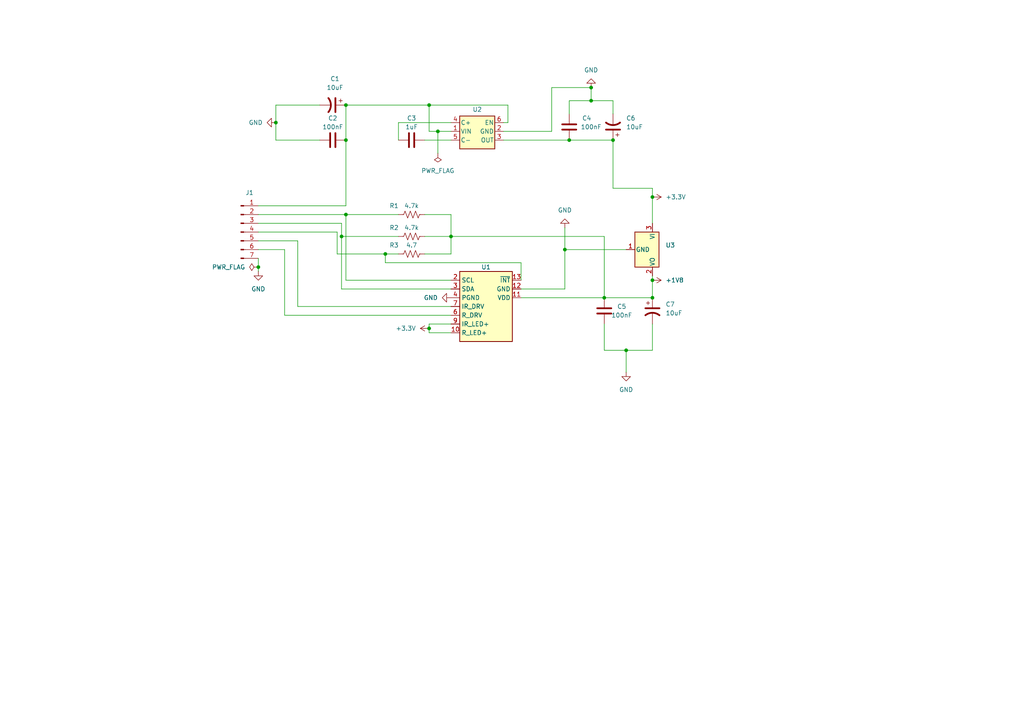
<source format=kicad_sch>
(kicad_sch
	(version 20231120)
	(generator "eeschema")
	(generator_version "8.0")
	(uuid "e4e56c97-01bd-4ae7-a008-900f00dab006")
	(paper "A4")
	(title_block
		(title "Heart Rate Sensor Monitor")
		(date "2024-07-23")
		(company "Prince Lee Muhera")
	)
	(lib_symbols
		(symbol "Connector:Conn_01x07_Pin"
			(pin_names
				(offset 1.016) hide)
			(exclude_from_sim no)
			(in_bom yes)
			(on_board yes)
			(property "Reference" "J"
				(at 0 10.16 0)
				(effects
					(font
						(size 1.27 1.27)
					)
				)
			)
			(property "Value" "Conn_01x07_Pin"
				(at 0 -10.16 0)
				(effects
					(font
						(size 1.27 1.27)
					)
				)
			)
			(property "Footprint" ""
				(at 0 0 0)
				(effects
					(font
						(size 1.27 1.27)
					)
					(hide yes)
				)
			)
			(property "Datasheet" "~"
				(at 0 0 0)
				(effects
					(font
						(size 1.27 1.27)
					)
					(hide yes)
				)
			)
			(property "Description" "Generic connector, single row, 01x07, script generated"
				(at 0 0 0)
				(effects
					(font
						(size 1.27 1.27)
					)
					(hide yes)
				)
			)
			(property "ki_locked" ""
				(at 0 0 0)
				(effects
					(font
						(size 1.27 1.27)
					)
				)
			)
			(property "ki_keywords" "connector"
				(at 0 0 0)
				(effects
					(font
						(size 1.27 1.27)
					)
					(hide yes)
				)
			)
			(property "ki_fp_filters" "Connector*:*_1x??_*"
				(at 0 0 0)
				(effects
					(font
						(size 1.27 1.27)
					)
					(hide yes)
				)
			)
			(symbol "Conn_01x07_Pin_1_1"
				(polyline
					(pts
						(xy 1.27 -7.62) (xy 0.8636 -7.62)
					)
					(stroke
						(width 0.1524)
						(type default)
					)
					(fill
						(type none)
					)
				)
				(polyline
					(pts
						(xy 1.27 -5.08) (xy 0.8636 -5.08)
					)
					(stroke
						(width 0.1524)
						(type default)
					)
					(fill
						(type none)
					)
				)
				(polyline
					(pts
						(xy 1.27 -2.54) (xy 0.8636 -2.54)
					)
					(stroke
						(width 0.1524)
						(type default)
					)
					(fill
						(type none)
					)
				)
				(polyline
					(pts
						(xy 1.27 0) (xy 0.8636 0)
					)
					(stroke
						(width 0.1524)
						(type default)
					)
					(fill
						(type none)
					)
				)
				(polyline
					(pts
						(xy 1.27 2.54) (xy 0.8636 2.54)
					)
					(stroke
						(width 0.1524)
						(type default)
					)
					(fill
						(type none)
					)
				)
				(polyline
					(pts
						(xy 1.27 5.08) (xy 0.8636 5.08)
					)
					(stroke
						(width 0.1524)
						(type default)
					)
					(fill
						(type none)
					)
				)
				(polyline
					(pts
						(xy 1.27 7.62) (xy 0.8636 7.62)
					)
					(stroke
						(width 0.1524)
						(type default)
					)
					(fill
						(type none)
					)
				)
				(rectangle
					(start 0.8636 -7.493)
					(end 0 -7.747)
					(stroke
						(width 0.1524)
						(type default)
					)
					(fill
						(type outline)
					)
				)
				(rectangle
					(start 0.8636 -4.953)
					(end 0 -5.207)
					(stroke
						(width 0.1524)
						(type default)
					)
					(fill
						(type outline)
					)
				)
				(rectangle
					(start 0.8636 -2.413)
					(end 0 -2.667)
					(stroke
						(width 0.1524)
						(type default)
					)
					(fill
						(type outline)
					)
				)
				(rectangle
					(start 0.8636 0.127)
					(end 0 -0.127)
					(stroke
						(width 0.1524)
						(type default)
					)
					(fill
						(type outline)
					)
				)
				(rectangle
					(start 0.8636 2.667)
					(end 0 2.413)
					(stroke
						(width 0.1524)
						(type default)
					)
					(fill
						(type outline)
					)
				)
				(rectangle
					(start 0.8636 5.207)
					(end 0 4.953)
					(stroke
						(width 0.1524)
						(type default)
					)
					(fill
						(type outline)
					)
				)
				(rectangle
					(start 0.8636 7.747)
					(end 0 7.493)
					(stroke
						(width 0.1524)
						(type default)
					)
					(fill
						(type outline)
					)
				)
				(pin passive line
					(at 5.08 7.62 180)
					(length 3.81)
					(name "Pin_1"
						(effects
							(font
								(size 1.27 1.27)
							)
						)
					)
					(number "1"
						(effects
							(font
								(size 1.27 1.27)
							)
						)
					)
				)
				(pin passive line
					(at 5.08 5.08 180)
					(length 3.81)
					(name "Pin_2"
						(effects
							(font
								(size 1.27 1.27)
							)
						)
					)
					(number "2"
						(effects
							(font
								(size 1.27 1.27)
							)
						)
					)
				)
				(pin passive line
					(at 5.08 2.54 180)
					(length 3.81)
					(name "Pin_3"
						(effects
							(font
								(size 1.27 1.27)
							)
						)
					)
					(number "3"
						(effects
							(font
								(size 1.27 1.27)
							)
						)
					)
				)
				(pin passive line
					(at 5.08 0 180)
					(length 3.81)
					(name "Pin_4"
						(effects
							(font
								(size 1.27 1.27)
							)
						)
					)
					(number "4"
						(effects
							(font
								(size 1.27 1.27)
							)
						)
					)
				)
				(pin passive line
					(at 5.08 -2.54 180)
					(length 3.81)
					(name "Pin_5"
						(effects
							(font
								(size 1.27 1.27)
							)
						)
					)
					(number "5"
						(effects
							(font
								(size 1.27 1.27)
							)
						)
					)
				)
				(pin passive line
					(at 5.08 -5.08 180)
					(length 3.81)
					(name "Pin_6"
						(effects
							(font
								(size 1.27 1.27)
							)
						)
					)
					(number "6"
						(effects
							(font
								(size 1.27 1.27)
							)
						)
					)
				)
				(pin passive line
					(at 5.08 -7.62 180)
					(length 3.81)
					(name "Pin_7"
						(effects
							(font
								(size 1.27 1.27)
							)
						)
					)
					(number "7"
						(effects
							(font
								(size 1.27 1.27)
							)
						)
					)
				)
			)
		)
		(symbol "Device:C"
			(pin_numbers hide)
			(pin_names
				(offset 0.254)
			)
			(exclude_from_sim no)
			(in_bom yes)
			(on_board yes)
			(property "Reference" "C"
				(at 0.635 2.54 0)
				(effects
					(font
						(size 1.27 1.27)
					)
					(justify left)
				)
			)
			(property "Value" "C"
				(at 0.635 -2.54 0)
				(effects
					(font
						(size 1.27 1.27)
					)
					(justify left)
				)
			)
			(property "Footprint" ""
				(at 0.9652 -3.81 0)
				(effects
					(font
						(size 1.27 1.27)
					)
					(hide yes)
				)
			)
			(property "Datasheet" "~"
				(at 0 0 0)
				(effects
					(font
						(size 1.27 1.27)
					)
					(hide yes)
				)
			)
			(property "Description" "Unpolarized capacitor"
				(at 0 0 0)
				(effects
					(font
						(size 1.27 1.27)
					)
					(hide yes)
				)
			)
			(property "ki_keywords" "cap capacitor"
				(at 0 0 0)
				(effects
					(font
						(size 1.27 1.27)
					)
					(hide yes)
				)
			)
			(property "ki_fp_filters" "C_*"
				(at 0 0 0)
				(effects
					(font
						(size 1.27 1.27)
					)
					(hide yes)
				)
			)
			(symbol "C_0_1"
				(polyline
					(pts
						(xy -2.032 -0.762) (xy 2.032 -0.762)
					)
					(stroke
						(width 0.508)
						(type default)
					)
					(fill
						(type none)
					)
				)
				(polyline
					(pts
						(xy -2.032 0.762) (xy 2.032 0.762)
					)
					(stroke
						(width 0.508)
						(type default)
					)
					(fill
						(type none)
					)
				)
			)
			(symbol "C_1_1"
				(pin passive line
					(at 0 3.81 270)
					(length 2.794)
					(name "~"
						(effects
							(font
								(size 1.27 1.27)
							)
						)
					)
					(number "1"
						(effects
							(font
								(size 1.27 1.27)
							)
						)
					)
				)
				(pin passive line
					(at 0 -3.81 90)
					(length 2.794)
					(name "~"
						(effects
							(font
								(size 1.27 1.27)
							)
						)
					)
					(number "2"
						(effects
							(font
								(size 1.27 1.27)
							)
						)
					)
				)
			)
		)
		(symbol "Device:C_Polarized_US"
			(pin_numbers hide)
			(pin_names
				(offset 0.254) hide)
			(exclude_from_sim no)
			(in_bom yes)
			(on_board yes)
			(property "Reference" "C"
				(at 0.635 2.54 0)
				(effects
					(font
						(size 1.27 1.27)
					)
					(justify left)
				)
			)
			(property "Value" "C_Polarized_US"
				(at 0.635 -2.54 0)
				(effects
					(font
						(size 1.27 1.27)
					)
					(justify left)
				)
			)
			(property "Footprint" ""
				(at 0 0 0)
				(effects
					(font
						(size 1.27 1.27)
					)
					(hide yes)
				)
			)
			(property "Datasheet" "~"
				(at 0 0 0)
				(effects
					(font
						(size 1.27 1.27)
					)
					(hide yes)
				)
			)
			(property "Description" "Polarized capacitor, US symbol"
				(at 0 0 0)
				(effects
					(font
						(size 1.27 1.27)
					)
					(hide yes)
				)
			)
			(property "ki_keywords" "cap capacitor"
				(at 0 0 0)
				(effects
					(font
						(size 1.27 1.27)
					)
					(hide yes)
				)
			)
			(property "ki_fp_filters" "CP_*"
				(at 0 0 0)
				(effects
					(font
						(size 1.27 1.27)
					)
					(hide yes)
				)
			)
			(symbol "C_Polarized_US_0_1"
				(polyline
					(pts
						(xy -2.032 0.762) (xy 2.032 0.762)
					)
					(stroke
						(width 0.508)
						(type default)
					)
					(fill
						(type none)
					)
				)
				(polyline
					(pts
						(xy -1.778 2.286) (xy -0.762 2.286)
					)
					(stroke
						(width 0)
						(type default)
					)
					(fill
						(type none)
					)
				)
				(polyline
					(pts
						(xy -1.27 1.778) (xy -1.27 2.794)
					)
					(stroke
						(width 0)
						(type default)
					)
					(fill
						(type none)
					)
				)
				(arc
					(start 2.032 -1.27)
					(mid 0 -0.5572)
					(end -2.032 -1.27)
					(stroke
						(width 0.508)
						(type default)
					)
					(fill
						(type none)
					)
				)
			)
			(symbol "C_Polarized_US_1_1"
				(pin passive line
					(at 0 3.81 270)
					(length 2.794)
					(name "~"
						(effects
							(font
								(size 1.27 1.27)
							)
						)
					)
					(number "1"
						(effects
							(font
								(size 1.27 1.27)
							)
						)
					)
				)
				(pin passive line
					(at 0 -3.81 90)
					(length 3.302)
					(name "~"
						(effects
							(font
								(size 1.27 1.27)
							)
						)
					)
					(number "2"
						(effects
							(font
								(size 1.27 1.27)
							)
						)
					)
				)
			)
		)
		(symbol "Device:R_US"
			(pin_numbers hide)
			(pin_names
				(offset 0)
			)
			(exclude_from_sim no)
			(in_bom yes)
			(on_board yes)
			(property "Reference" "R"
				(at 2.54 0 90)
				(effects
					(font
						(size 1.27 1.27)
					)
				)
			)
			(property "Value" "R_US"
				(at -2.54 0 90)
				(effects
					(font
						(size 1.27 1.27)
					)
				)
			)
			(property "Footprint" ""
				(at 1.016 -0.254 90)
				(effects
					(font
						(size 1.27 1.27)
					)
					(hide yes)
				)
			)
			(property "Datasheet" "~"
				(at 0 0 0)
				(effects
					(font
						(size 1.27 1.27)
					)
					(hide yes)
				)
			)
			(property "Description" "Resistor, US symbol"
				(at 0 0 0)
				(effects
					(font
						(size 1.27 1.27)
					)
					(hide yes)
				)
			)
			(property "ki_keywords" "R res resistor"
				(at 0 0 0)
				(effects
					(font
						(size 1.27 1.27)
					)
					(hide yes)
				)
			)
			(property "ki_fp_filters" "R_*"
				(at 0 0 0)
				(effects
					(font
						(size 1.27 1.27)
					)
					(hide yes)
				)
			)
			(symbol "R_US_0_1"
				(polyline
					(pts
						(xy 0 -2.286) (xy 0 -2.54)
					)
					(stroke
						(width 0)
						(type default)
					)
					(fill
						(type none)
					)
				)
				(polyline
					(pts
						(xy 0 2.286) (xy 0 2.54)
					)
					(stroke
						(width 0)
						(type default)
					)
					(fill
						(type none)
					)
				)
				(polyline
					(pts
						(xy 0 -0.762) (xy 1.016 -1.143) (xy 0 -1.524) (xy -1.016 -1.905) (xy 0 -2.286)
					)
					(stroke
						(width 0)
						(type default)
					)
					(fill
						(type none)
					)
				)
				(polyline
					(pts
						(xy 0 0.762) (xy 1.016 0.381) (xy 0 0) (xy -1.016 -0.381) (xy 0 -0.762)
					)
					(stroke
						(width 0)
						(type default)
					)
					(fill
						(type none)
					)
				)
				(polyline
					(pts
						(xy 0 2.286) (xy 1.016 1.905) (xy 0 1.524) (xy -1.016 1.143) (xy 0 0.762)
					)
					(stroke
						(width 0)
						(type default)
					)
					(fill
						(type none)
					)
				)
			)
			(symbol "R_US_1_1"
				(pin passive line
					(at 0 3.81 270)
					(length 1.27)
					(name "~"
						(effects
							(font
								(size 1.27 1.27)
							)
						)
					)
					(number "1"
						(effects
							(font
								(size 1.27 1.27)
							)
						)
					)
				)
				(pin passive line
					(at 0 -3.81 90)
					(length 1.27)
					(name "~"
						(effects
							(font
								(size 1.27 1.27)
							)
						)
					)
					(number "2"
						(effects
							(font
								(size 1.27 1.27)
							)
						)
					)
				)
			)
		)
		(symbol "Regulator_Linear:TLV70028_WSON6"
			(pin_names
				(offset 0.254)
			)
			(exclude_from_sim no)
			(in_bom yes)
			(on_board yes)
			(property "Reference" "U?"
				(at 0 8.89 0)
				(effects
					(font
						(size 1.27 1.27)
					)
				)
			)
			(property "Value" "TLV70028_WSON6"
				(at 0 6.35 0)
				(effects
					(font
						(size 1.27 1.27)
					)
				)
			)
			(property "Footprint" "Package_SON:WSON-6_1.5x1.5mm_P0.5mm"
				(at -0.254 16.256 0)
				(effects
					(font
						(size 1.27 1.27)
						(italic yes)
					)
					(hide yes)
				)
			)
			(property "Datasheet" "http://www.ti.com/lit/ds/symlink/tlv700.pdf"
				(at 0.254 21.082 0)
				(effects
					(font
						(size 1.27 1.27)
					)
					(hide yes)
				)
			)
			(property "Description" "200mA Low Dropout Voltage Regulator, Fixed Output 2.8V, WSON6"
				(at 0.254 19.812 0)
				(effects
					(font
						(size 1.27 1.27)
					)
					(hide yes)
				)
			)
			(property "ki_keywords" "200mA LDO Regulator Fixed Positive"
				(at 0 0 0)
				(effects
					(font
						(size 1.27 1.27)
					)
					(hide yes)
				)
			)
			(property "ki_fp_filters" "WSON*"
				(at 0 0 0)
				(effects
					(font
						(size 1.27 1.27)
					)
					(hide yes)
				)
			)
			(symbol "TLV70028_WSON6_0_1"
				(rectangle
					(start -5.08 4.445)
					(end 5.08 -5.08)
					(stroke
						(width 0.254)
						(type default)
					)
					(fill
						(type background)
					)
				)
			)
			(symbol "TLV70028_WSON6_1_1"
				(pin power_in line
					(at -7.62 0 0)
					(length 2.54)
					(name "VIN"
						(effects
							(font
								(size 1.27 1.27)
							)
						)
					)
					(number "1"
						(effects
							(font
								(size 1.27 1.27)
							)
						)
					)
				)
				(pin power_in line
					(at 7.62 0 180)
					(length 2.54)
					(name "GND"
						(effects
							(font
								(size 1.27 1.27)
							)
						)
					)
					(number "2"
						(effects
							(font
								(size 1.27 1.27)
							)
						)
					)
				)
				(pin power_out line
					(at 7.62 -2.54 180)
					(length 2.54)
					(name "OUT"
						(effects
							(font
								(size 1.27 1.27)
							)
						)
					)
					(number "3"
						(effects
							(font
								(size 1.27 1.27)
							)
						)
					)
				)
				(pin passive line
					(at -7.62 2.54 0)
					(length 2.54)
					(name "C+"
						(effects
							(font
								(size 1.27 1.27)
							)
						)
					)
					(number "4"
						(effects
							(font
								(size 1.27 1.27)
							)
						)
					)
				)
				(pin passive line
					(at -7.62 -2.54 0)
					(length 2.54)
					(name "C-"
						(effects
							(font
								(size 1.27 1.27)
							)
						)
					)
					(number "5"
						(effects
							(font
								(size 1.27 1.27)
							)
						)
					)
				)
				(pin input line
					(at 7.62 2.54 180)
					(length 2.54)
					(name "EN"
						(effects
							(font
								(size 1.27 1.27)
							)
						)
					)
					(number "6"
						(effects
							(font
								(size 1.27 1.27)
							)
						)
					)
				)
			)
		)
		(symbol "Regulator_Linear:TPS7A0512PDBZ"
			(pin_names
				(offset 0.254)
			)
			(exclude_from_sim no)
			(in_bom yes)
			(on_board yes)
			(property "Reference" "U"
				(at -3.81 3.175 0)
				(effects
					(font
						(size 1.27 1.27)
					)
				)
			)
			(property "Value" "TPS7A0512PDBZ"
				(at 0 3.175 0)
				(effects
					(font
						(size 1.27 1.27)
					)
					(justify left)
				)
			)
			(property "Footprint" "Package_TO_SOT_SMD:SOT-23"
				(at 0 5.08 0)
				(effects
					(font
						(size 1.27 1.27)
					)
					(hide yes)
				)
			)
			(property "Datasheet" "https://www.ti.com/lit/ds/symlink/tps7a05.pdf"
				(at 0 -1.27 0)
				(effects
					(font
						(size 1.27 1.27)
					)
					(hide yes)
				)
			)
			(property "Description" "200-mA Ultra-Low-Iq LDO, 1.2V, SOT-23-3"
				(at 0 0 0)
				(effects
					(font
						(size 1.27 1.27)
					)
					(hide yes)
				)
			)
			(property "ki_keywords" "Single Output LDO Low-Iq"
				(at 0 0 0)
				(effects
					(font
						(size 1.27 1.27)
					)
					(hide yes)
				)
			)
			(property "ki_fp_filters" "SOT?23*"
				(at 0 0 0)
				(effects
					(font
						(size 1.27 1.27)
					)
					(hide yes)
				)
			)
			(symbol "TPS7A0512PDBZ_0_1"
				(rectangle
					(start -5.08 -5.08)
					(end 5.08 1.905)
					(stroke
						(width 0.254)
						(type default)
					)
					(fill
						(type background)
					)
				)
			)
			(symbol "TPS7A0512PDBZ_1_1"
				(pin power_in line
					(at 0 -7.62 90)
					(length 2.54)
					(name "GND"
						(effects
							(font
								(size 1.27 1.27)
							)
						)
					)
					(number "1"
						(effects
							(font
								(size 1.27 1.27)
							)
						)
					)
				)
				(pin power_out line
					(at 7.62 0 180)
					(length 2.54)
					(name "VO"
						(effects
							(font
								(size 1.27 1.27)
							)
						)
					)
					(number "2"
						(effects
							(font
								(size 1.27 1.27)
							)
						)
					)
				)
				(pin power_in line
					(at -7.62 0 0)
					(length 2.54)
					(name "VI"
						(effects
							(font
								(size 1.27 1.27)
							)
						)
					)
					(number "3"
						(effects
							(font
								(size 1.27 1.27)
							)
						)
					)
				)
			)
		)
		(symbol "Sensor:MAX30102"
			(exclude_from_sim no)
			(in_bom yes)
			(on_board yes)
			(property "Reference" "U?"
				(at 0.254 13.97 0)
				(effects
					(font
						(size 1.27 1.27)
					)
				)
			)
			(property "Value" "MAX30102"
				(at 0.254 11.43 0)
				(effects
					(font
						(size 1.27 1.27)
					)
				)
			)
			(property "Footprint" "OptoDevice:Maxim_OLGA-14_3.3x5.6mm_P0.8mm"
				(at 39.37 82.296 0)
				(effects
					(font
						(size 1.27 1.27)
					)
					(hide yes)
				)
			)
			(property "Datasheet" "https://datasheets.maximintegrated.com/en/ds/MAX30102.pdf"
				(at 39.37 84.836 0)
				(effects
					(font
						(size 1.27 1.27)
					)
					(hide yes)
				)
			)
			(property "Description" "Heart Rate Sensor, 14-OLGA"
				(at 40.386 79.248 0)
				(effects
					(font
						(size 1.27 1.27)
					)
					(hide yes)
				)
			)
			(property "ki_keywords" "Heart Rate"
				(at 0 0 0)
				(effects
					(font
						(size 1.27 1.27)
					)
					(hide yes)
				)
			)
			(property "ki_fp_filters" "Maxim*OLGA*3.3x5.6mm*P0.8mm*"
				(at 0 0 0)
				(effects
					(font
						(size 1.27 1.27)
					)
					(hide yes)
				)
			)
			(symbol "MAX30102_0_1"
				(rectangle
					(start -7.62 10.16)
					(end 7.62 -10.16)
					(stroke
						(width 0.254)
						(type default)
					)
					(fill
						(type background)
					)
				)
			)
			(symbol "MAX30102_1_1"
				(pin no_connect line
					(at -20.32 17.78 0)
					(length 2.54) hide
					(name "NC"
						(effects
							(font
								(size 1.27 1.27)
							)
						)
					)
					(number "1"
						(effects
							(font
								(size 1.27 1.27)
							)
						)
					)
				)
				(pin passive line
					(at -10.16 -7.62 0)
					(length 2.54)
					(name "R_LED+"
						(effects
							(font
								(size 1.27 1.27)
							)
						)
					)
					(number "10"
						(effects
							(font
								(size 1.27 1.27)
							)
						)
					)
				)
				(pin power_in line
					(at 10.16 2.54 180)
					(length 2.54)
					(name "VDD"
						(effects
							(font
								(size 1.27 1.27)
							)
						)
					)
					(number "11"
						(effects
							(font
								(size 1.27 1.27)
							)
						)
					)
				)
				(pin power_in line
					(at 10.16 5.08 180)
					(length 2.54)
					(name "GND"
						(effects
							(font
								(size 1.27 1.27)
							)
						)
					)
					(number "12"
						(effects
							(font
								(size 1.27 1.27)
							)
						)
					)
				)
				(pin output line
					(at 10.16 7.62 180)
					(length 2.54)
					(name "~{INT}"
						(effects
							(font
								(size 1.27 1.27)
							)
						)
					)
					(number "13"
						(effects
							(font
								(size 1.27 1.27)
							)
						)
					)
				)
				(pin no_connect line
					(at -24.13 13.97 180)
					(length 2.54) hide
					(name "NC"
						(effects
							(font
								(size 1.27 1.27)
							)
						)
					)
					(number "14"
						(effects
							(font
								(size 1.27 1.27)
							)
						)
					)
				)
				(pin input line
					(at -10.16 7.62 0)
					(length 2.54)
					(name "SCL"
						(effects
							(font
								(size 1.27 1.27)
							)
						)
					)
					(number "2"
						(effects
							(font
								(size 1.27 1.27)
							)
						)
					)
				)
				(pin bidirectional line
					(at -10.16 5.08 0)
					(length 2.54)
					(name "SDA"
						(effects
							(font
								(size 1.27 1.27)
							)
						)
					)
					(number "3"
						(effects
							(font
								(size 1.27 1.27)
							)
						)
					)
				)
				(pin power_in line
					(at -10.16 2.54 0)
					(length 2.54)
					(name "PGND"
						(effects
							(font
								(size 1.27 1.27)
							)
						)
					)
					(number "4"
						(effects
							(font
								(size 1.27 1.27)
							)
						)
					)
				)
				(pin no_connect line
					(at -29.21 6.35 180)
					(length 2.54) hide
					(name "NC"
						(effects
							(font
								(size 1.27 1.27)
							)
						)
					)
					(number "5"
						(effects
							(font
								(size 1.27 1.27)
							)
						)
					)
				)
				(pin input line
					(at -10.16 -2.54 0)
					(length 2.54)
					(name "R_DRV"
						(effects
							(font
								(size 1.27 1.27)
							)
						)
					)
					(number "6"
						(effects
							(font
								(size 1.27 1.27)
							)
						)
					)
				)
				(pin input line
					(at -10.16 0 0)
					(length 2.54)
					(name "IR_DRV"
						(effects
							(font
								(size 1.27 1.27)
							)
						)
					)
					(number "7"
						(effects
							(font
								(size 1.27 1.27)
							)
						)
					)
				)
				(pin no_connect line
					(at -26.67 10.16 180)
					(length 2.54) hide
					(name "NC"
						(effects
							(font
								(size 1.27 1.27)
							)
						)
					)
					(number "8"
						(effects
							(font
								(size 1.27 1.27)
							)
						)
					)
				)
				(pin power_in line
					(at -10.16 -5.08 0)
					(length 2.54)
					(name "IR_LED+"
						(effects
							(font
								(size 1.27 1.27)
							)
						)
					)
					(number "9"
						(effects
							(font
								(size 1.27 1.27)
							)
						)
					)
				)
			)
		)
		(symbol "power:+1V8"
			(power)
			(pin_numbers hide)
			(pin_names
				(offset 0) hide)
			(exclude_from_sim no)
			(in_bom yes)
			(on_board yes)
			(property "Reference" "#PWR"
				(at 0 -3.81 0)
				(effects
					(font
						(size 1.27 1.27)
					)
					(hide yes)
				)
			)
			(property "Value" "+1V8"
				(at 0 3.556 0)
				(effects
					(font
						(size 1.27 1.27)
					)
				)
			)
			(property "Footprint" ""
				(at 0 0 0)
				(effects
					(font
						(size 1.27 1.27)
					)
					(hide yes)
				)
			)
			(property "Datasheet" ""
				(at 0 0 0)
				(effects
					(font
						(size 1.27 1.27)
					)
					(hide yes)
				)
			)
			(property "Description" "Power symbol creates a global label with name \"+1V8\""
				(at 0 0 0)
				(effects
					(font
						(size 1.27 1.27)
					)
					(hide yes)
				)
			)
			(property "ki_keywords" "global power"
				(at 0 0 0)
				(effects
					(font
						(size 1.27 1.27)
					)
					(hide yes)
				)
			)
			(symbol "+1V8_0_1"
				(polyline
					(pts
						(xy -0.762 1.27) (xy 0 2.54)
					)
					(stroke
						(width 0)
						(type default)
					)
					(fill
						(type none)
					)
				)
				(polyline
					(pts
						(xy 0 0) (xy 0 2.54)
					)
					(stroke
						(width 0)
						(type default)
					)
					(fill
						(type none)
					)
				)
				(polyline
					(pts
						(xy 0 2.54) (xy 0.762 1.27)
					)
					(stroke
						(width 0)
						(type default)
					)
					(fill
						(type none)
					)
				)
			)
			(symbol "+1V8_1_1"
				(pin power_in line
					(at 0 0 90)
					(length 0)
					(name "~"
						(effects
							(font
								(size 1.27 1.27)
							)
						)
					)
					(number "1"
						(effects
							(font
								(size 1.27 1.27)
							)
						)
					)
				)
			)
		)
		(symbol "power:+3.3V"
			(power)
			(pin_numbers hide)
			(pin_names
				(offset 0) hide)
			(exclude_from_sim no)
			(in_bom yes)
			(on_board yes)
			(property "Reference" "#PWR"
				(at 0 -3.81 0)
				(effects
					(font
						(size 1.27 1.27)
					)
					(hide yes)
				)
			)
			(property "Value" "+3.3V"
				(at 0 3.556 0)
				(effects
					(font
						(size 1.27 1.27)
					)
				)
			)
			(property "Footprint" ""
				(at 0 0 0)
				(effects
					(font
						(size 1.27 1.27)
					)
					(hide yes)
				)
			)
			(property "Datasheet" ""
				(at 0 0 0)
				(effects
					(font
						(size 1.27 1.27)
					)
					(hide yes)
				)
			)
			(property "Description" "Power symbol creates a global label with name \"+3.3V\""
				(at 0 0 0)
				(effects
					(font
						(size 1.27 1.27)
					)
					(hide yes)
				)
			)
			(property "ki_keywords" "global power"
				(at 0 0 0)
				(effects
					(font
						(size 1.27 1.27)
					)
					(hide yes)
				)
			)
			(symbol "+3.3V_0_1"
				(polyline
					(pts
						(xy -0.762 1.27) (xy 0 2.54)
					)
					(stroke
						(width 0)
						(type default)
					)
					(fill
						(type none)
					)
				)
				(polyline
					(pts
						(xy 0 0) (xy 0 2.54)
					)
					(stroke
						(width 0)
						(type default)
					)
					(fill
						(type none)
					)
				)
				(polyline
					(pts
						(xy 0 2.54) (xy 0.762 1.27)
					)
					(stroke
						(width 0)
						(type default)
					)
					(fill
						(type none)
					)
				)
			)
			(symbol "+3.3V_1_1"
				(pin power_in line
					(at 0 0 90)
					(length 0)
					(name "~"
						(effects
							(font
								(size 1.27 1.27)
							)
						)
					)
					(number "1"
						(effects
							(font
								(size 1.27 1.27)
							)
						)
					)
				)
			)
		)
		(symbol "power:GND"
			(power)
			(pin_numbers hide)
			(pin_names
				(offset 0) hide)
			(exclude_from_sim no)
			(in_bom yes)
			(on_board yes)
			(property "Reference" "#PWR"
				(at 0 -6.35 0)
				(effects
					(font
						(size 1.27 1.27)
					)
					(hide yes)
				)
			)
			(property "Value" "GND"
				(at 0 -3.81 0)
				(effects
					(font
						(size 1.27 1.27)
					)
				)
			)
			(property "Footprint" ""
				(at 0 0 0)
				(effects
					(font
						(size 1.27 1.27)
					)
					(hide yes)
				)
			)
			(property "Datasheet" ""
				(at 0 0 0)
				(effects
					(font
						(size 1.27 1.27)
					)
					(hide yes)
				)
			)
			(property "Description" "Power symbol creates a global label with name \"GND\" , ground"
				(at 0 0 0)
				(effects
					(font
						(size 1.27 1.27)
					)
					(hide yes)
				)
			)
			(property "ki_keywords" "global power"
				(at 0 0 0)
				(effects
					(font
						(size 1.27 1.27)
					)
					(hide yes)
				)
			)
			(symbol "GND_0_1"
				(polyline
					(pts
						(xy 0 0) (xy 0 -1.27) (xy 1.27 -1.27) (xy 0 -2.54) (xy -1.27 -1.27) (xy 0 -1.27)
					)
					(stroke
						(width 0)
						(type default)
					)
					(fill
						(type none)
					)
				)
			)
			(symbol "GND_1_1"
				(pin power_in line
					(at 0 0 270)
					(length 0)
					(name "~"
						(effects
							(font
								(size 1.27 1.27)
							)
						)
					)
					(number "1"
						(effects
							(font
								(size 1.27 1.27)
							)
						)
					)
				)
			)
		)
		(symbol "power:PWR_FLAG"
			(power)
			(pin_numbers hide)
			(pin_names
				(offset 0) hide)
			(exclude_from_sim no)
			(in_bom yes)
			(on_board yes)
			(property "Reference" "#FLG"
				(at 0 1.905 0)
				(effects
					(font
						(size 1.27 1.27)
					)
					(hide yes)
				)
			)
			(property "Value" "PWR_FLAG"
				(at 0 3.81 0)
				(effects
					(font
						(size 1.27 1.27)
					)
				)
			)
			(property "Footprint" ""
				(at 0 0 0)
				(effects
					(font
						(size 1.27 1.27)
					)
					(hide yes)
				)
			)
			(property "Datasheet" "~"
				(at 0 0 0)
				(effects
					(font
						(size 1.27 1.27)
					)
					(hide yes)
				)
			)
			(property "Description" "Special symbol for telling ERC where power comes from"
				(at 0 0 0)
				(effects
					(font
						(size 1.27 1.27)
					)
					(hide yes)
				)
			)
			(property "ki_keywords" "flag power"
				(at 0 0 0)
				(effects
					(font
						(size 1.27 1.27)
					)
					(hide yes)
				)
			)
			(symbol "PWR_FLAG_0_0"
				(pin power_out line
					(at 0 0 90)
					(length 0)
					(name "~"
						(effects
							(font
								(size 1.27 1.27)
							)
						)
					)
					(number "1"
						(effects
							(font
								(size 1.27 1.27)
							)
						)
					)
				)
			)
			(symbol "PWR_FLAG_0_1"
				(polyline
					(pts
						(xy 0 0) (xy 0 1.27) (xy -1.016 1.905) (xy 0 2.54) (xy 1.016 1.905) (xy 0 1.27)
					)
					(stroke
						(width 0)
						(type default)
					)
					(fill
						(type none)
					)
				)
			)
		)
	)
	(junction
		(at 100.33 40.64)
		(diameter 0)
		(color 0 0 0 0)
		(uuid "063bc482-1414-4f56-ae43-2cf9edb23262")
	)
	(junction
		(at 99.06 68.58)
		(diameter 0)
		(color 0 0 0 0)
		(uuid "064b77aa-38b6-45d8-a9ca-ab7628231844")
	)
	(junction
		(at 171.45 29.21)
		(diameter 0)
		(color 0 0 0 0)
		(uuid "37d3a74c-175f-46ef-aaa8-e4796ccdda4f")
	)
	(junction
		(at 80.01 35.56)
		(diameter 0)
		(color 0 0 0 0)
		(uuid "5301f1b4-2c46-4805-b118-fe961fb4bbb1")
	)
	(junction
		(at 130.81 68.58)
		(diameter 0)
		(color 0 0 0 0)
		(uuid "538224cd-e156-4e69-aacc-30c426c8daa3")
	)
	(junction
		(at 100.33 30.48)
		(diameter 0)
		(color 0 0 0 0)
		(uuid "56f56703-a0a4-4506-87e3-1ea466d99a93")
	)
	(junction
		(at 177.8 40.64)
		(diameter 0)
		(color 0 0 0 0)
		(uuid "6498f160-5e27-4cbe-be7d-14f6ed7cda94")
	)
	(junction
		(at 175.26 86.36)
		(diameter 0)
		(color 0 0 0 0)
		(uuid "67d5fa9f-7037-4193-aa72-f8db3a179a09")
	)
	(junction
		(at 171.45 25.4)
		(diameter 0)
		(color 0 0 0 0)
		(uuid "6f4ae65e-577d-4ab0-a4b9-24292ff49a3f")
	)
	(junction
		(at 124.46 30.48)
		(diameter 0)
		(color 0 0 0 0)
		(uuid "6fbdf045-1ccf-469e-b186-7b54a9021a2a")
	)
	(junction
		(at 189.23 81.28)
		(diameter 0)
		(color 0 0 0 0)
		(uuid "6fd88024-990b-4afd-b351-8a971504d4dc")
	)
	(junction
		(at 74.93 77.47)
		(diameter 0)
		(color 0 0 0 0)
		(uuid "819bb8ed-1074-46b9-bad8-0ed94a2c83fd")
	)
	(junction
		(at 189.23 57.15)
		(diameter 0)
		(color 0 0 0 0)
		(uuid "84ee5479-faf1-41f9-a06e-19b4020695ba")
	)
	(junction
		(at 189.23 86.36)
		(diameter 0)
		(color 0 0 0 0)
		(uuid "89b5ab99-affa-4e6b-9851-ed89120f063d")
	)
	(junction
		(at 127 38.1)
		(diameter 0)
		(color 0 0 0 0)
		(uuid "8a638fdf-5863-4c91-adf0-a36f5b9f9ae1")
	)
	(junction
		(at 100.33 62.23)
		(diameter 0)
		(color 0 0 0 0)
		(uuid "9287a363-3048-4e55-8fa9-a0d3507f35b6")
	)
	(junction
		(at 165.1 40.64)
		(diameter 0)
		(color 0 0 0 0)
		(uuid "b01592f2-32cd-421f-a090-739291f3f58c")
	)
	(junction
		(at 181.61 101.6)
		(diameter 0)
		(color 0 0 0 0)
		(uuid "bf2de805-a901-4a20-a4b7-b95cc7682b8e")
	)
	(junction
		(at 124.46 95.25)
		(diameter 0)
		(color 0 0 0 0)
		(uuid "bfadd6b3-5694-4870-a574-50ccf9a1b24f")
	)
	(junction
		(at 163.83 72.39)
		(diameter 0)
		(color 0 0 0 0)
		(uuid "f22f1713-4a90-48a2-a99b-c84ad322416e")
	)
	(junction
		(at 111.76 73.66)
		(diameter 0)
		(color 0 0 0 0)
		(uuid "fd55046a-e1c9-4ca7-9183-da356396ff57")
	)
	(wire
		(pts
			(xy 99.06 83.82) (xy 99.06 68.58)
		)
		(stroke
			(width 0)
			(type default)
		)
		(uuid "01563ec8-18cd-4ce2-bd4b-190cb2439e6b")
	)
	(wire
		(pts
			(xy 124.46 96.52) (xy 124.46 95.25)
		)
		(stroke
			(width 0)
			(type default)
		)
		(uuid "05d5cfca-ac95-4e09-918f-02f7699410fe")
	)
	(wire
		(pts
			(xy 82.55 91.44) (xy 82.55 72.39)
		)
		(stroke
			(width 0)
			(type default)
		)
		(uuid "062a30a5-3e7f-4bfd-934a-bfc9796dbdd9")
	)
	(wire
		(pts
			(xy 100.33 30.48) (xy 100.33 40.64)
		)
		(stroke
			(width 0)
			(type default)
		)
		(uuid "094333c5-f0fe-46ca-9a82-192722dbace6")
	)
	(wire
		(pts
			(xy 100.33 62.23) (xy 115.57 62.23)
		)
		(stroke
			(width 0)
			(type default)
		)
		(uuid "11804c7f-1e6e-450c-9333-484c07931d0b")
	)
	(wire
		(pts
			(xy 74.93 62.23) (xy 100.33 62.23)
		)
		(stroke
			(width 0)
			(type default)
		)
		(uuid "141f8418-f7df-421d-ae01-4bcd10546dda")
	)
	(wire
		(pts
			(xy 163.83 72.39) (xy 163.83 66.04)
		)
		(stroke
			(width 0)
			(type default)
		)
		(uuid "15ac95a2-60b8-4843-b254-70c1bd24b195")
	)
	(wire
		(pts
			(xy 189.23 93.98) (xy 189.23 101.6)
		)
		(stroke
			(width 0)
			(type default)
		)
		(uuid "1dd43582-4f68-4df2-9f8b-703450d78335")
	)
	(wire
		(pts
			(xy 177.8 33.02) (xy 177.8 29.21)
		)
		(stroke
			(width 0)
			(type default)
		)
		(uuid "217a3c4d-b554-4018-9ed2-b50fb5faa23f")
	)
	(wire
		(pts
			(xy 177.8 29.21) (xy 171.45 29.21)
		)
		(stroke
			(width 0)
			(type default)
		)
		(uuid "27774aeb-22a6-43d8-83e0-fe9b8ddfdac5")
	)
	(wire
		(pts
			(xy 165.1 29.21) (xy 171.45 29.21)
		)
		(stroke
			(width 0)
			(type default)
		)
		(uuid "2ad5b111-a091-48f6-bd44-49c54fb88c7f")
	)
	(wire
		(pts
			(xy 165.1 33.02) (xy 165.1 29.21)
		)
		(stroke
			(width 0)
			(type default)
		)
		(uuid "2c34cc9b-602a-49ff-b30c-1a7a2f4ad5a3")
	)
	(wire
		(pts
			(xy 146.05 40.64) (xy 165.1 40.64)
		)
		(stroke
			(width 0)
			(type default)
		)
		(uuid "3a4a825f-ff05-48ff-aef0-3d52d91fb37f")
	)
	(wire
		(pts
			(xy 86.36 88.9) (xy 86.36 69.85)
		)
		(stroke
			(width 0)
			(type default)
		)
		(uuid "3ce41afe-5d27-480f-ae27-4992705a8fe9")
	)
	(wire
		(pts
			(xy 160.02 38.1) (xy 160.02 25.4)
		)
		(stroke
			(width 0)
			(type default)
		)
		(uuid "40e8e368-d198-45bc-9fb5-71deba9ec0a8")
	)
	(wire
		(pts
			(xy 74.93 72.39) (xy 82.55 72.39)
		)
		(stroke
			(width 0)
			(type default)
		)
		(uuid "41cac06b-3fda-4491-8888-ed536b93172a")
	)
	(wire
		(pts
			(xy 123.19 40.64) (xy 130.81 40.64)
		)
		(stroke
			(width 0)
			(type default)
		)
		(uuid "49c124a6-49b6-4e95-be61-0132b250754f")
	)
	(wire
		(pts
			(xy 99.06 68.58) (xy 99.06 64.77)
		)
		(stroke
			(width 0)
			(type default)
		)
		(uuid "4cbb5b20-0b1d-440d-aa51-06bde6a7624d")
	)
	(wire
		(pts
			(xy 175.26 86.36) (xy 189.23 86.36)
		)
		(stroke
			(width 0)
			(type default)
		)
		(uuid "54c706ac-aade-433d-a71b-7c2ed2b18d87")
	)
	(wire
		(pts
			(xy 146.05 38.1) (xy 160.02 38.1)
		)
		(stroke
			(width 0)
			(type default)
		)
		(uuid "5826da64-17e5-4ce0-9c70-d09a0afc6a25")
	)
	(wire
		(pts
			(xy 115.57 73.66) (xy 111.76 73.66)
		)
		(stroke
			(width 0)
			(type default)
		)
		(uuid "5caa22f7-aa78-4486-99d2-fa12fd8712b6")
	)
	(wire
		(pts
			(xy 189.23 64.77) (xy 189.23 57.15)
		)
		(stroke
			(width 0)
			(type default)
		)
		(uuid "5def7650-f5e2-4695-b6ad-00d92f4cddf7")
	)
	(wire
		(pts
			(xy 147.32 30.48) (xy 124.46 30.48)
		)
		(stroke
			(width 0)
			(type default)
		)
		(uuid "5f47c74d-ea66-4b4b-b5dd-1b50fbada035")
	)
	(wire
		(pts
			(xy 171.45 29.21) (xy 171.45 25.4)
		)
		(stroke
			(width 0)
			(type default)
		)
		(uuid "5f8b88d1-b2f4-48c7-90d8-fb11d78464db")
	)
	(wire
		(pts
			(xy 189.23 101.6) (xy 181.61 101.6)
		)
		(stroke
			(width 0)
			(type default)
		)
		(uuid "602f2e88-0ab1-4cd6-a70e-464ffaa66365")
	)
	(wire
		(pts
			(xy 175.26 101.6) (xy 181.61 101.6)
		)
		(stroke
			(width 0)
			(type default)
		)
		(uuid "604d08a1-0dec-455e-9d74-912a669f9fc4")
	)
	(wire
		(pts
			(xy 130.81 62.23) (xy 130.81 68.58)
		)
		(stroke
			(width 0)
			(type default)
		)
		(uuid "62732b4a-8565-4af9-83df-dd413d9bda30")
	)
	(wire
		(pts
			(xy 130.81 68.58) (xy 130.81 73.66)
		)
		(stroke
			(width 0)
			(type default)
		)
		(uuid "6339cd77-ef03-48f3-9a27-d11f285d8a4a")
	)
	(wire
		(pts
			(xy 189.23 81.28) (xy 189.23 86.36)
		)
		(stroke
			(width 0)
			(type default)
		)
		(uuid "6413a337-3677-4eb0-bd47-d0d47a3ed815")
	)
	(wire
		(pts
			(xy 189.23 54.61) (xy 177.8 54.61)
		)
		(stroke
			(width 0)
			(type default)
		)
		(uuid "67f912ba-b825-494b-832b-21adec78c670")
	)
	(wire
		(pts
			(xy 181.61 101.6) (xy 181.61 107.95)
		)
		(stroke
			(width 0)
			(type default)
		)
		(uuid "680c8910-9ad1-4e70-9180-7146588672ce")
	)
	(wire
		(pts
			(xy 175.26 68.58) (xy 130.81 68.58)
		)
		(stroke
			(width 0)
			(type default)
		)
		(uuid "6858c5b6-f501-46d1-bfc3-85c5ab8b43d1")
	)
	(wire
		(pts
			(xy 100.33 59.69) (xy 100.33 40.64)
		)
		(stroke
			(width 0)
			(type default)
		)
		(uuid "6a8ff382-1a07-42b4-8ca6-4f0221ce9af7")
	)
	(wire
		(pts
			(xy 175.26 86.36) (xy 175.26 68.58)
		)
		(stroke
			(width 0)
			(type default)
		)
		(uuid "6f0dadec-9549-42cd-9da5-74ea7327aeb3")
	)
	(wire
		(pts
			(xy 127 38.1) (xy 124.46 38.1)
		)
		(stroke
			(width 0)
			(type default)
		)
		(uuid "7408cfe6-ee06-4c21-844d-d48d77020411")
	)
	(wire
		(pts
			(xy 80.01 40.64) (xy 92.71 40.64)
		)
		(stroke
			(width 0)
			(type default)
		)
		(uuid "74c076b5-6164-4552-8384-b4a735e8940e")
	)
	(wire
		(pts
			(xy 123.19 68.58) (xy 130.81 68.58)
		)
		(stroke
			(width 0)
			(type default)
		)
		(uuid "7a330e60-acb2-4e0f-9bf2-dc5fb9690aab")
	)
	(wire
		(pts
			(xy 80.01 35.56) (xy 80.01 40.64)
		)
		(stroke
			(width 0)
			(type default)
		)
		(uuid "7cbf9708-327d-4081-a2ec-8c618d4dcde7")
	)
	(wire
		(pts
			(xy 115.57 35.56) (xy 130.81 35.56)
		)
		(stroke
			(width 0)
			(type default)
		)
		(uuid "86fe9d90-611c-4061-b315-fafa4088ae2b")
	)
	(wire
		(pts
			(xy 151.13 86.36) (xy 175.26 86.36)
		)
		(stroke
			(width 0)
			(type default)
		)
		(uuid "885aed32-6cff-43c7-bbde-19d87c01fa5b")
	)
	(wire
		(pts
			(xy 74.93 59.69) (xy 100.33 59.69)
		)
		(stroke
			(width 0)
			(type default)
		)
		(uuid "8a874055-1b73-4a60-99bf-fe60fab308f4")
	)
	(wire
		(pts
			(xy 189.23 80.01) (xy 189.23 81.28)
		)
		(stroke
			(width 0)
			(type default)
		)
		(uuid "8ddec74f-4167-4da9-a62a-bb0c9946b2d1")
	)
	(wire
		(pts
			(xy 124.46 93.98) (xy 130.81 93.98)
		)
		(stroke
			(width 0)
			(type default)
		)
		(uuid "8ee8b417-e66a-4059-805d-8f5e4879bd3b")
	)
	(wire
		(pts
			(xy 151.13 76.2) (xy 111.76 76.2)
		)
		(stroke
			(width 0)
			(type default)
		)
		(uuid "940a10ee-9572-4ff8-9f38-0b8e171c88c8")
	)
	(wire
		(pts
			(xy 151.13 83.82) (xy 163.83 83.82)
		)
		(stroke
			(width 0)
			(type default)
		)
		(uuid "96c3cf11-e513-4d6c-a958-3dc22ba412c0")
	)
	(wire
		(pts
			(xy 163.83 72.39) (xy 181.61 72.39)
		)
		(stroke
			(width 0)
			(type default)
		)
		(uuid "9ce5d798-f8bc-46ea-a577-7396e7bdf696")
	)
	(wire
		(pts
			(xy 86.36 69.85) (xy 74.93 69.85)
		)
		(stroke
			(width 0)
			(type default)
		)
		(uuid "9e125014-3da5-44cb-9c25-d2625cdc8c97")
	)
	(wire
		(pts
			(xy 124.46 95.25) (xy 124.46 93.98)
		)
		(stroke
			(width 0)
			(type default)
		)
		(uuid "a5785706-47ed-4976-8233-4c25746a02da")
	)
	(wire
		(pts
			(xy 92.71 30.48) (xy 80.01 30.48)
		)
		(stroke
			(width 0)
			(type default)
		)
		(uuid "a610a7c6-fa6f-44eb-a131-c1846992f558")
	)
	(wire
		(pts
			(xy 175.26 93.98) (xy 175.26 101.6)
		)
		(stroke
			(width 0)
			(type default)
		)
		(uuid "aab56dac-3300-40af-978b-78f1125d089f")
	)
	(wire
		(pts
			(xy 127 44.45) (xy 127 38.1)
		)
		(stroke
			(width 0)
			(type default)
		)
		(uuid "ab2bf80e-59f6-46e2-9577-1477da5d2036")
	)
	(wire
		(pts
			(xy 111.76 73.66) (xy 97.79 73.66)
		)
		(stroke
			(width 0)
			(type default)
		)
		(uuid "b4809383-1dd9-4dad-bc4e-687b0a4787cc")
	)
	(wire
		(pts
			(xy 124.46 30.48) (xy 100.33 30.48)
		)
		(stroke
			(width 0)
			(type default)
		)
		(uuid "b4a2e633-970c-4540-afe8-2d1164180bdb")
	)
	(wire
		(pts
			(xy 146.05 35.56) (xy 147.32 35.56)
		)
		(stroke
			(width 0)
			(type default)
		)
		(uuid "b51ca238-ca47-4c81-a5fd-f5c1758a7255")
	)
	(wire
		(pts
			(xy 123.19 62.23) (xy 130.81 62.23)
		)
		(stroke
			(width 0)
			(type default)
		)
		(uuid "b51ed3ff-3211-4786-926b-306b22c55cf7")
	)
	(wire
		(pts
			(xy 163.83 83.82) (xy 163.83 72.39)
		)
		(stroke
			(width 0)
			(type default)
		)
		(uuid "b74c9720-9c3c-47bd-b4f2-a84f4f4720ff")
	)
	(wire
		(pts
			(xy 124.46 38.1) (xy 124.46 30.48)
		)
		(stroke
			(width 0)
			(type default)
		)
		(uuid "b7d0c579-0bac-4315-a39b-70c698c6fb04")
	)
	(wire
		(pts
			(xy 97.79 67.31) (xy 74.93 67.31)
		)
		(stroke
			(width 0)
			(type default)
		)
		(uuid "b800f34f-2d63-4094-b71a-4b5826d23558")
	)
	(wire
		(pts
			(xy 74.93 77.47) (xy 74.93 74.93)
		)
		(stroke
			(width 0)
			(type default)
		)
		(uuid "b84969fb-89f2-40c6-a162-0c5778d33283")
	)
	(wire
		(pts
			(xy 115.57 68.58) (xy 99.06 68.58)
		)
		(stroke
			(width 0)
			(type default)
		)
		(uuid "be9ac326-1df5-442e-b011-44e97cad8e2f")
	)
	(wire
		(pts
			(xy 97.79 73.66) (xy 97.79 67.31)
		)
		(stroke
			(width 0)
			(type default)
		)
		(uuid "c222faf2-f089-46a3-acd6-3aa512bb6d31")
	)
	(wire
		(pts
			(xy 160.02 25.4) (xy 171.45 25.4)
		)
		(stroke
			(width 0)
			(type default)
		)
		(uuid "c339ed50-f416-4241-ae8c-7301970a9b5a")
	)
	(wire
		(pts
			(xy 130.81 38.1) (xy 127 38.1)
		)
		(stroke
			(width 0)
			(type default)
		)
		(uuid "c413d173-5488-4550-95f2-4766d5c0ca91")
	)
	(wire
		(pts
			(xy 80.01 30.48) (xy 80.01 35.56)
		)
		(stroke
			(width 0)
			(type default)
		)
		(uuid "c73a145f-2aa2-477a-b9fe-3581510a8590")
	)
	(wire
		(pts
			(xy 130.81 83.82) (xy 99.06 83.82)
		)
		(stroke
			(width 0)
			(type default)
		)
		(uuid "cf1eafb5-f2ff-4f2b-b495-0f262bdaf26d")
	)
	(wire
		(pts
			(xy 130.81 91.44) (xy 82.55 91.44)
		)
		(stroke
			(width 0)
			(type default)
		)
		(uuid "d2672710-e8f7-4f60-a7d9-ddeebaf65be6")
	)
	(wire
		(pts
			(xy 115.57 40.64) (xy 115.57 35.56)
		)
		(stroke
			(width 0)
			(type default)
		)
		(uuid "d782e86b-9244-4d7b-b637-e8be8023ac9d")
	)
	(wire
		(pts
			(xy 130.81 88.9) (xy 86.36 88.9)
		)
		(stroke
			(width 0)
			(type default)
		)
		(uuid "d7eee2f8-3fa8-419a-aedf-f80666c351ec")
	)
	(wire
		(pts
			(xy 147.32 35.56) (xy 147.32 30.48)
		)
		(stroke
			(width 0)
			(type default)
		)
		(uuid "d809a50f-b8bc-40dd-bada-74ab11f3a8ff")
	)
	(wire
		(pts
			(xy 177.8 54.61) (xy 177.8 40.64)
		)
		(stroke
			(width 0)
			(type default)
		)
		(uuid "d90e16b0-fb4e-4bf0-9027-4a4e27d27a92")
	)
	(wire
		(pts
			(xy 100.33 81.28) (xy 100.33 62.23)
		)
		(stroke
			(width 0)
			(type default)
		)
		(uuid "d9c838a5-355c-4c2b-8a66-cfe6a66f256f")
	)
	(wire
		(pts
			(xy 130.81 81.28) (xy 100.33 81.28)
		)
		(stroke
			(width 0)
			(type default)
		)
		(uuid "ddcaf22d-1877-4fe3-8b7a-bd10f93e617f")
	)
	(wire
		(pts
			(xy 74.93 78.74) (xy 74.93 77.47)
		)
		(stroke
			(width 0)
			(type default)
		)
		(uuid "df3f2a92-c0b2-4f94-9160-5b47d02924c2")
	)
	(wire
		(pts
			(xy 130.81 73.66) (xy 123.19 73.66)
		)
		(stroke
			(width 0)
			(type default)
		)
		(uuid "e70688fd-b5c3-46b5-9236-c6c90d5a00df")
	)
	(wire
		(pts
			(xy 189.23 57.15) (xy 189.23 54.61)
		)
		(stroke
			(width 0)
			(type default)
		)
		(uuid "e73d4f95-a525-47d8-bdae-441c4af68c09")
	)
	(wire
		(pts
			(xy 111.76 76.2) (xy 111.76 73.66)
		)
		(stroke
			(width 0)
			(type default)
		)
		(uuid "eb686414-5695-4dfa-a8b6-ab1810f4734c")
	)
	(wire
		(pts
			(xy 99.06 64.77) (xy 74.93 64.77)
		)
		(stroke
			(width 0)
			(type default)
		)
		(uuid "f8486e6b-4b6f-4271-8c9e-2cbe5d1e49bc")
	)
	(wire
		(pts
			(xy 151.13 81.28) (xy 151.13 76.2)
		)
		(stroke
			(width 0)
			(type default)
		)
		(uuid "fbc2d665-1ebd-48a3-9c59-e27f9e98265a")
	)
	(wire
		(pts
			(xy 130.81 96.52) (xy 124.46 96.52)
		)
		(stroke
			(width 0)
			(type default)
		)
		(uuid "fbfe1073-72de-47cd-b1bb-7ed6b51d74cc")
	)
	(wire
		(pts
			(xy 165.1 40.64) (xy 177.8 40.64)
		)
		(stroke
			(width 0)
			(type default)
		)
		(uuid "fef3c707-a92c-422e-8f35-b58c340a3600")
	)
	(symbol
		(lib_id "power:PWR_FLAG")
		(at 127 44.45 180)
		(unit 1)
		(exclude_from_sim no)
		(in_bom yes)
		(on_board yes)
		(dnp no)
		(fields_autoplaced yes)
		(uuid "02663185-7497-40c2-b0ae-c04c2cbc5375")
		(property "Reference" "#FLG02"
			(at 127 46.355 0)
			(effects
				(font
					(size 1.27 1.27)
				)
				(hide yes)
			)
		)
		(property "Value" "PWR_FLAG"
			(at 127 49.53 0)
			(effects
				(font
					(size 1.27 1.27)
				)
			)
		)
		(property "Footprint" ""
			(at 127 44.45 0)
			(effects
				(font
					(size 1.27 1.27)
				)
				(hide yes)
			)
		)
		(property "Datasheet" "~"
			(at 127 44.45 0)
			(effects
				(font
					(size 1.27 1.27)
				)
				(hide yes)
			)
		)
		(property "Description" "Special symbol for telling ERC where power comes from"
			(at 127 44.45 0)
			(effects
				(font
					(size 1.27 1.27)
				)
				(hide yes)
			)
		)
		(pin "1"
			(uuid "78e24b3a-18f4-4a1c-8271-a803edd38468")
		)
		(instances
			(project ""
				(path "/e4e56c97-01bd-4ae7-a008-900f00dab006"
					(reference "#FLG02")
					(unit 1)
				)
			)
		)
	)
	(symbol
		(lib_id "power:GND")
		(at 163.83 66.04 180)
		(unit 1)
		(exclude_from_sim no)
		(in_bom yes)
		(on_board yes)
		(dnp no)
		(fields_autoplaced yes)
		(uuid "0859a315-f94c-47b0-a059-db780319230a")
		(property "Reference" "#PWR03"
			(at 163.83 59.69 0)
			(effects
				(font
					(size 1.27 1.27)
				)
				(hide yes)
			)
		)
		(property "Value" "GND"
			(at 163.83 60.96 0)
			(effects
				(font
					(size 1.27 1.27)
				)
			)
		)
		(property "Footprint" ""
			(at 163.83 66.04 0)
			(effects
				(font
					(size 1.27 1.27)
				)
				(hide yes)
			)
		)
		(property "Datasheet" ""
			(at 163.83 66.04 0)
			(effects
				(font
					(size 1.27 1.27)
				)
				(hide yes)
			)
		)
		(property "Description" "Power symbol creates a global label with name \"GND\" , ground"
			(at 163.83 66.04 0)
			(effects
				(font
					(size 1.27 1.27)
				)
				(hide yes)
			)
		)
		(pin "1"
			(uuid "3d1f414e-da51-459e-84c4-9bd5280dc2fd")
		)
		(instances
			(project "Heart Rate Sensor Monitor"
				(path "/e4e56c97-01bd-4ae7-a008-900f00dab006"
					(reference "#PWR03")
					(unit 1)
				)
			)
		)
	)
	(symbol
		(lib_id "Device:R_US")
		(at 119.38 62.23 90)
		(unit 1)
		(exclude_from_sim no)
		(in_bom yes)
		(on_board yes)
		(dnp no)
		(uuid "1147a968-50dc-4570-be35-60a75160e2f5")
		(property "Reference" "R1"
			(at 114.3 59.69 90)
			(effects
				(font
					(size 1.27 1.27)
				)
			)
		)
		(property "Value" "4.7k"
			(at 119.38 59.69 90)
			(effects
				(font
					(size 1.27 1.27)
				)
			)
		)
		(property "Footprint" "Resistor_SMD:R_0603_1608Metric_Pad0.98x0.95mm_HandSolder"
			(at 119.634 61.214 90)
			(effects
				(font
					(size 1.27 1.27)
				)
				(hide yes)
			)
		)
		(property "Datasheet" "~"
			(at 119.38 62.23 0)
			(effects
				(font
					(size 1.27 1.27)
				)
				(hide yes)
			)
		)
		(property "Description" "Resistor, US symbol"
			(at 119.38 62.23 0)
			(effects
				(font
					(size 1.27 1.27)
				)
				(hide yes)
			)
		)
		(pin "1"
			(uuid "9e7fa28f-abc9-4422-82f2-e1d0ad741910")
		)
		(pin "2"
			(uuid "69933273-9ad4-440e-a9f6-ebfec8accd14")
		)
		(instances
			(project ""
				(path "/e4e56c97-01bd-4ae7-a008-900f00dab006"
					(reference "R1")
					(unit 1)
				)
			)
		)
	)
	(symbol
		(lib_id "Device:C")
		(at 175.26 90.17 180)
		(unit 1)
		(exclude_from_sim no)
		(in_bom yes)
		(on_board yes)
		(dnp no)
		(uuid "23f7092e-189a-4709-b77c-0784b306c637")
		(property "Reference" "C5"
			(at 180.34 88.9 0)
			(effects
				(font
					(size 1.27 1.27)
				)
			)
		)
		(property "Value" "100nF"
			(at 180.34 91.44 0)
			(effects
				(font
					(size 1.27 1.27)
				)
			)
		)
		(property "Footprint" "Capacitor_SMD:C_0504_1310Metric_Pad0.83x1.28mm_HandSolder"
			(at 174.2948 86.36 0)
			(effects
				(font
					(size 1.27 1.27)
				)
				(hide yes)
			)
		)
		(property "Datasheet" "~"
			(at 175.26 90.17 0)
			(effects
				(font
					(size 1.27 1.27)
				)
				(hide yes)
			)
		)
		(property "Description" "Unpolarized capacitor"
			(at 175.26 90.17 0)
			(effects
				(font
					(size 1.27 1.27)
				)
				(hide yes)
			)
		)
		(pin "1"
			(uuid "7eb0524d-85d9-4fcd-a566-246386bc6e27")
		)
		(pin "2"
			(uuid "e7e7ee89-0427-4fc7-9c15-89611ae26f92")
		)
		(instances
			(project "Heart Rate Sensor Monitor"
				(path "/e4e56c97-01bd-4ae7-a008-900f00dab006"
					(reference "C5")
					(unit 1)
				)
			)
		)
	)
	(symbol
		(lib_id "Regulator_Linear:TPS7A0512PDBZ")
		(at 189.23 72.39 270)
		(unit 1)
		(exclude_from_sim no)
		(in_bom yes)
		(on_board yes)
		(dnp no)
		(fields_autoplaced yes)
		(uuid "4c0fcb55-5132-4037-8cbe-3d6494aea70f")
		(property "Reference" "U3"
			(at 193.04 71.1199 90)
			(effects
				(font
					(size 1.27 1.27)
				)
				(justify left)
			)
		)
		(property "Value" "TPS7A0512PDBZ"
			(at 193.04 73.6599 90)
			(effects
				(font
					(size 1.27 1.27)
				)
				(justify left)
				(hide yes)
			)
		)
		(property "Footprint" "Package_TO_SOT_SMD:SOT-23"
			(at 194.31 72.39 0)
			(effects
				(font
					(size 1.27 1.27)
				)
				(hide yes)
			)
		)
		(property "Datasheet" "https://www.ti.com/lit/ds/symlink/tps7a05.pdf"
			(at 187.96 72.39 0)
			(effects
				(font
					(size 1.27 1.27)
				)
				(hide yes)
			)
		)
		(property "Description" "200-mA Ultra-Low-Iq LDO, 1.2V, SOT-23-3"
			(at 189.23 72.39 0)
			(effects
				(font
					(size 1.27 1.27)
				)
				(hide yes)
			)
		)
		(pin "2"
			(uuid "d1090d1f-66cd-41f0-8a95-3c1382925742")
		)
		(pin "1"
			(uuid "32b9b912-4b7c-4ebe-9584-15166aa356d0")
		)
		(pin "3"
			(uuid "725623b3-c3fa-41e9-9df7-fdc470e5afb8")
		)
		(instances
			(project ""
				(path "/e4e56c97-01bd-4ae7-a008-900f00dab006"
					(reference "U3")
					(unit 1)
				)
			)
		)
	)
	(symbol
		(lib_id "Device:C")
		(at 96.52 40.64 90)
		(unit 1)
		(exclude_from_sim no)
		(in_bom yes)
		(on_board yes)
		(dnp no)
		(uuid "529825dd-0160-4749-b8ff-a0ee9229d06e")
		(property "Reference" "C2"
			(at 96.52 34.29 90)
			(effects
				(font
					(size 1.27 1.27)
				)
			)
		)
		(property "Value" "100nF"
			(at 96.52 36.83 90)
			(effects
				(font
					(size 1.27 1.27)
				)
			)
		)
		(property "Footprint" "Capacitor_SMD:C_0504_1310Metric_Pad0.83x1.28mm_HandSolder"
			(at 100.33 39.6748 0)
			(effects
				(font
					(size 1.27 1.27)
				)
				(hide yes)
			)
		)
		(property "Datasheet" "~"
			(at 96.52 40.64 0)
			(effects
				(font
					(size 1.27 1.27)
				)
				(hide yes)
			)
		)
		(property "Description" "Unpolarized capacitor"
			(at 96.52 40.64 0)
			(effects
				(font
					(size 1.27 1.27)
				)
				(hide yes)
			)
		)
		(pin "1"
			(uuid "56376690-f10b-4654-b6ff-081e3e9428b0")
		)
		(pin "2"
			(uuid "d2c7671c-471c-4827-85cf-27b34fe3465d")
		)
		(instances
			(project ""
				(path "/e4e56c97-01bd-4ae7-a008-900f00dab006"
					(reference "C2")
					(unit 1)
				)
			)
		)
	)
	(symbol
		(lib_id "Regulator_Linear:TLV70028_WSON6")
		(at 138.43 38.1 0)
		(unit 1)
		(exclude_from_sim no)
		(in_bom yes)
		(on_board yes)
		(dnp no)
		(uuid "54469c0d-ae0a-4f44-ab07-77ed698b1055")
		(property "Reference" "U2"
			(at 138.43 31.75 0)
			(effects
				(font
					(size 1.27 1.27)
				)
			)
		)
		(property "Value" "TLV70028_WSON6"
			(at 138.43 31.75 0)
			(effects
				(font
					(size 1.27 1.27)
				)
				(hide yes)
			)
		)
		(property "Footprint" "Package_SON:WSON-6_1.5x1.5mm_P0.5mm"
			(at 138.176 21.844 0)
			(effects
				(font
					(size 1.27 1.27)
					(italic yes)
				)
				(hide yes)
			)
		)
		(property "Datasheet" "http://www.ti.com/lit/ds/symlink/tlv700.pdf"
			(at 138.684 17.018 0)
			(effects
				(font
					(size 1.27 1.27)
				)
				(hide yes)
			)
		)
		(property "Description" "200mA Low Dropout Voltage Regulator, Fixed Output 2.8V, WSON6"
			(at 138.684 18.288 0)
			(effects
				(font
					(size 1.27 1.27)
				)
				(hide yes)
			)
		)
		(pin "2"
			(uuid "40dc2b17-b174-42a8-867a-f32d0d5ddbe6")
		)
		(pin "6"
			(uuid "27d5971a-edee-484f-9099-1b32a7adc9dd")
		)
		(pin "3"
			(uuid "ba14851b-d2ae-45c1-a4af-4af21606e1d1")
		)
		(pin "4"
			(uuid "2892d564-2d14-4d75-908c-e16dde43f120")
		)
		(pin "1"
			(uuid "79f365ae-2650-4159-b230-eb0fce23cd2d")
		)
		(pin "5"
			(uuid "80f9b7c9-6872-4424-81a5-b09039a56cab")
		)
		(instances
			(project ""
				(path "/e4e56c97-01bd-4ae7-a008-900f00dab006"
					(reference "U2")
					(unit 1)
				)
			)
		)
	)
	(symbol
		(lib_id "power:GND")
		(at 171.45 25.4 180)
		(unit 1)
		(exclude_from_sim no)
		(in_bom yes)
		(on_board yes)
		(dnp no)
		(fields_autoplaced yes)
		(uuid "5b4ae94f-65c7-40cd-a194-db684c2eba14")
		(property "Reference" "#PWR04"
			(at 171.45 19.05 0)
			(effects
				(font
					(size 1.27 1.27)
				)
				(hide yes)
			)
		)
		(property "Value" "GND"
			(at 171.45 20.32 0)
			(effects
				(font
					(size 1.27 1.27)
				)
			)
		)
		(property "Footprint" ""
			(at 171.45 25.4 0)
			(effects
				(font
					(size 1.27 1.27)
				)
				(hide yes)
			)
		)
		(property "Datasheet" ""
			(at 171.45 25.4 0)
			(effects
				(font
					(size 1.27 1.27)
				)
				(hide yes)
			)
		)
		(property "Description" "Power symbol creates a global label with name \"GND\" , ground"
			(at 171.45 25.4 0)
			(effects
				(font
					(size 1.27 1.27)
				)
				(hide yes)
			)
		)
		(pin "1"
			(uuid "90fdc364-c723-49fd-a85d-2e8b909fa65a")
		)
		(instances
			(project "Heart Rate Sensor Monitor"
				(path "/e4e56c97-01bd-4ae7-a008-900f00dab006"
					(reference "#PWR04")
					(unit 1)
				)
			)
		)
	)
	(symbol
		(lib_id "power:+3.3V")
		(at 189.23 57.15 270)
		(unit 1)
		(exclude_from_sim no)
		(in_bom yes)
		(on_board yes)
		(dnp no)
		(fields_autoplaced yes)
		(uuid "5f8b3ed0-4956-433a-8e96-94d6d3f3bec6")
		(property "Reference" "#PWR08"
			(at 185.42 57.15 0)
			(effects
				(font
					(size 1.27 1.27)
				)
				(hide yes)
			)
		)
		(property "Value" "+3.3V"
			(at 193.04 57.1499 90)
			(effects
				(font
					(size 1.27 1.27)
				)
				(justify left)
			)
		)
		(property "Footprint" ""
			(at 189.23 57.15 0)
			(effects
				(font
					(size 1.27 1.27)
				)
				(hide yes)
			)
		)
		(property "Datasheet" ""
			(at 189.23 57.15 0)
			(effects
				(font
					(size 1.27 1.27)
				)
				(hide yes)
			)
		)
		(property "Description" "Power symbol creates a global label with name \"+3.3V\""
			(at 189.23 57.15 0)
			(effects
				(font
					(size 1.27 1.27)
				)
				(hide yes)
			)
		)
		(pin "1"
			(uuid "a99fed2f-c1d3-444e-852b-2d798c224841")
		)
		(instances
			(project "Heart Rate Sensor Monitor"
				(path "/e4e56c97-01bd-4ae7-a008-900f00dab006"
					(reference "#PWR08")
					(unit 1)
				)
			)
		)
	)
	(symbol
		(lib_id "power:PWR_FLAG")
		(at 74.93 77.47 90)
		(unit 1)
		(exclude_from_sim no)
		(in_bom yes)
		(on_board yes)
		(dnp no)
		(fields_autoplaced yes)
		(uuid "730584f7-04c0-4801-80e7-07d4ef635076")
		(property "Reference" "#FLG01"
			(at 73.025 77.47 0)
			(effects
				(font
					(size 1.27 1.27)
				)
				(hide yes)
			)
		)
		(property "Value" "PWR_FLAG"
			(at 71.12 77.4699 90)
			(effects
				(font
					(size 1.27 1.27)
				)
				(justify left)
			)
		)
		(property "Footprint" ""
			(at 74.93 77.47 0)
			(effects
				(font
					(size 1.27 1.27)
				)
				(hide yes)
			)
		)
		(property "Datasheet" "~"
			(at 74.93 77.47 0)
			(effects
				(font
					(size 1.27 1.27)
				)
				(hide yes)
			)
		)
		(property "Description" "Special symbol for telling ERC where power comes from"
			(at 74.93 77.47 0)
			(effects
				(font
					(size 1.27 1.27)
				)
				(hide yes)
			)
		)
		(pin "1"
			(uuid "a3f6722d-7801-4e85-83a0-65e36218043c")
		)
		(instances
			(project ""
				(path "/e4e56c97-01bd-4ae7-a008-900f00dab006"
					(reference "#FLG01")
					(unit 1)
				)
			)
		)
	)
	(symbol
		(lib_id "Device:R_US")
		(at 119.38 73.66 90)
		(unit 1)
		(exclude_from_sim no)
		(in_bom yes)
		(on_board yes)
		(dnp no)
		(uuid "804b83db-91bb-4281-ae2d-412efeee9b3b")
		(property "Reference" "R3"
			(at 114.3 71.12 90)
			(effects
				(font
					(size 1.27 1.27)
				)
			)
		)
		(property "Value" "4.7"
			(at 119.38 71.12 90)
			(effects
				(font
					(size 1.27 1.27)
				)
			)
		)
		(property "Footprint" "Resistor_SMD:R_0603_1608Metric_Pad0.98x0.95mm_HandSolder"
			(at 119.634 72.644 90)
			(effects
				(font
					(size 1.27 1.27)
				)
				(hide yes)
			)
		)
		(property "Datasheet" "~"
			(at 119.38 73.66 0)
			(effects
				(font
					(size 1.27 1.27)
				)
				(hide yes)
			)
		)
		(property "Description" "Resistor, US symbol"
			(at 119.38 73.66 0)
			(effects
				(font
					(size 1.27 1.27)
				)
				(hide yes)
			)
		)
		(pin "1"
			(uuid "78f76ee4-d9a5-4ad3-b8e5-d73f7eaa0978")
		)
		(pin "2"
			(uuid "03c47846-1035-494c-b6e6-c9740bf0b119")
		)
		(instances
			(project "Heart Rate Sensor Monitor"
				(path "/e4e56c97-01bd-4ae7-a008-900f00dab006"
					(reference "R3")
					(unit 1)
				)
			)
		)
	)
	(symbol
		(lib_id "Device:C")
		(at 165.1 36.83 180)
		(unit 1)
		(exclude_from_sim no)
		(in_bom yes)
		(on_board yes)
		(dnp no)
		(uuid "8283536f-517a-4753-a708-7d61bff2327a")
		(property "Reference" "C4"
			(at 170.18 34.29 0)
			(effects
				(font
					(size 1.27 1.27)
				)
			)
		)
		(property "Value" "100nF"
			(at 171.45 36.83 0)
			(effects
				(font
					(size 1.27 1.27)
				)
			)
		)
		(property "Footprint" "Capacitor_SMD:C_0504_1310Metric_Pad0.83x1.28mm_HandSolder"
			(at 164.1348 33.02 0)
			(effects
				(font
					(size 1.27 1.27)
				)
				(hide yes)
			)
		)
		(property "Datasheet" "~"
			(at 165.1 36.83 0)
			(effects
				(font
					(size 1.27 1.27)
				)
				(hide yes)
			)
		)
		(property "Description" "Unpolarized capacitor"
			(at 165.1 36.83 0)
			(effects
				(font
					(size 1.27 1.27)
				)
				(hide yes)
			)
		)
		(pin "1"
			(uuid "727a8156-049e-469e-b9b7-63582d6e642c")
		)
		(pin "2"
			(uuid "0bd999a4-df91-4683-8b0b-82c33cab28c8")
		)
		(instances
			(project "Heart Rate Sensor Monitor"
				(path "/e4e56c97-01bd-4ae7-a008-900f00dab006"
					(reference "C4")
					(unit 1)
				)
			)
		)
	)
	(symbol
		(lib_id "Device:C_Polarized_US")
		(at 177.8 36.83 180)
		(unit 1)
		(exclude_from_sim no)
		(in_bom yes)
		(on_board yes)
		(dnp no)
		(uuid "88fe09df-aca7-4b3f-af74-012ba268963d")
		(property "Reference" "C6"
			(at 181.61 34.29 0)
			(effects
				(font
					(size 1.27 1.27)
				)
				(justify right)
			)
		)
		(property "Value" "10uF"
			(at 181.61 36.83 0)
			(effects
				(font
					(size 1.27 1.27)
				)
				(justify right)
			)
		)
		(property "Footprint" "Capacitor_SMD:C_0504_1310Metric_Pad0.83x1.28mm_HandSolder"
			(at 177.8 36.83 0)
			(effects
				(font
					(size 1.27 1.27)
				)
				(hide yes)
			)
		)
		(property "Datasheet" "~"
			(at 177.8 36.83 0)
			(effects
				(font
					(size 1.27 1.27)
				)
				(hide yes)
			)
		)
		(property "Description" "Polarized capacitor, US symbol"
			(at 177.8 36.83 0)
			(effects
				(font
					(size 1.27 1.27)
				)
				(hide yes)
			)
		)
		(pin "1"
			(uuid "d4dfeace-5022-47ef-bb42-acdb63d320d9")
		)
		(pin "2"
			(uuid "61c934e9-0886-4a43-ad67-8ba2cfdf52f0")
		)
		(instances
			(project "Heart Rate Sensor Monitor"
				(path "/e4e56c97-01bd-4ae7-a008-900f00dab006"
					(reference "C6")
					(unit 1)
				)
			)
		)
	)
	(symbol
		(lib_id "power:GND")
		(at 181.61 107.95 0)
		(unit 1)
		(exclude_from_sim no)
		(in_bom yes)
		(on_board yes)
		(dnp no)
		(fields_autoplaced yes)
		(uuid "8ae3ad22-3af5-4a3c-bf61-538706b62568")
		(property "Reference" "#PWR02"
			(at 181.61 114.3 0)
			(effects
				(font
					(size 1.27 1.27)
				)
				(hide yes)
			)
		)
		(property "Value" "GND"
			(at 181.61 113.03 0)
			(effects
				(font
					(size 1.27 1.27)
				)
			)
		)
		(property "Footprint" ""
			(at 181.61 107.95 0)
			(effects
				(font
					(size 1.27 1.27)
				)
				(hide yes)
			)
		)
		(property "Datasheet" ""
			(at 181.61 107.95 0)
			(effects
				(font
					(size 1.27 1.27)
				)
				(hide yes)
			)
		)
		(property "Description" "Power symbol creates a global label with name \"GND\" , ground"
			(at 181.61 107.95 0)
			(effects
				(font
					(size 1.27 1.27)
				)
				(hide yes)
			)
		)
		(pin "1"
			(uuid "80dc4d4f-1778-4ab4-972b-ca4c7f795083")
		)
		(instances
			(project "Heart Rate Sensor Monitor"
				(path "/e4e56c97-01bd-4ae7-a008-900f00dab006"
					(reference "#PWR02")
					(unit 1)
				)
			)
		)
	)
	(symbol
		(lib_id "Sensor:MAX30102")
		(at 140.97 88.9 0)
		(unit 1)
		(exclude_from_sim no)
		(in_bom yes)
		(on_board yes)
		(dnp no)
		(uuid "93895dc2-ca22-43c1-8326-0988cd9ca136")
		(property "Reference" "U1"
			(at 140.97 77.47 0)
			(effects
				(font
					(size 1.27 1.27)
				)
			)
		)
		(property "Value" "MAX30102"
			(at 141.224 77.47 0)
			(effects
				(font
					(size 1.27 1.27)
				)
				(hide yes)
			)
		)
		(property "Footprint" "OptoDevice:Maxim_OLGA-14_3.3x5.6mm_P0.8mm"
			(at 180.34 6.604 0)
			(effects
				(font
					(size 1.27 1.27)
				)
				(hide yes)
			)
		)
		(property "Datasheet" "https://datasheets.maximintegrated.com/en/ds/MAX30102.pdf"
			(at 180.34 4.064 0)
			(effects
				(font
					(size 1.27 1.27)
				)
				(hide yes)
			)
		)
		(property "Description" "Heart Rate Sensor, 14-OLGA"
			(at 181.356 9.652 0)
			(effects
				(font
					(size 1.27 1.27)
				)
				(hide yes)
			)
		)
		(pin "1"
			(uuid "8333e107-4db3-4684-986e-05b97b99ea82")
		)
		(pin "14"
			(uuid "86130fe2-8e56-4f2a-aaaa-7c9ebeb47b6c")
		)
		(pin "6"
			(uuid "6eb48c0d-57d0-41a9-afaf-1536a1f34db2")
		)
		(pin "7"
			(uuid "9d930cd0-ef2d-488b-91ba-0fa548d3c935")
		)
		(pin "3"
			(uuid "29564f81-9ab2-4c22-aefa-655b438a769d")
		)
		(pin "12"
			(uuid "e86d9ba0-59ea-4a1b-a905-9e20ecdcdcdf")
		)
		(pin "11"
			(uuid "d826772a-6ca8-406a-b7a6-22058b2af8cc")
		)
		(pin "4"
			(uuid "c67a283b-031b-4ef4-846e-cfce8a21de59")
		)
		(pin "10"
			(uuid "a613e18e-7cb7-4a48-9098-583578fa92d3")
		)
		(pin "2"
			(uuid "700c5ff0-8546-4a2f-acbc-d587592fa79a")
		)
		(pin "8"
			(uuid "42fa382e-1e70-442e-bae9-29904eba2006")
		)
		(pin "9"
			(uuid "930c7d08-6ea5-48a0-a965-946b41101866")
		)
		(pin "5"
			(uuid "1ec1d97b-5f0f-4331-b650-be5495a71bf7")
		)
		(pin "13"
			(uuid "2b7dbbed-3de2-4bc3-82aa-3eb839596878")
		)
		(instances
			(project ""
				(path "/e4e56c97-01bd-4ae7-a008-900f00dab006"
					(reference "U1")
					(unit 1)
				)
			)
		)
	)
	(symbol
		(lib_id "power:GND")
		(at 80.01 35.56 270)
		(unit 1)
		(exclude_from_sim no)
		(in_bom yes)
		(on_board yes)
		(dnp no)
		(fields_autoplaced yes)
		(uuid "a5d27048-09a7-4391-9c60-dc7936875693")
		(property "Reference" "#PWR05"
			(at 73.66 35.56 0)
			(effects
				(font
					(size 1.27 1.27)
				)
				(hide yes)
			)
		)
		(property "Value" "GND"
			(at 76.2 35.5599 90)
			(effects
				(font
					(size 1.27 1.27)
				)
				(justify right)
			)
		)
		(property "Footprint" ""
			(at 80.01 35.56 0)
			(effects
				(font
					(size 1.27 1.27)
				)
				(hide yes)
			)
		)
		(property "Datasheet" ""
			(at 80.01 35.56 0)
			(effects
				(font
					(size 1.27 1.27)
				)
				(hide yes)
			)
		)
		(property "Description" "Power symbol creates a global label with name \"GND\" , ground"
			(at 80.01 35.56 0)
			(effects
				(font
					(size 1.27 1.27)
				)
				(hide yes)
			)
		)
		(pin "1"
			(uuid "ad1dbef9-fe18-4bea-a1a4-d09c694536d2")
		)
		(instances
			(project "Heart Rate Sensor Monitor"
				(path "/e4e56c97-01bd-4ae7-a008-900f00dab006"
					(reference "#PWR05")
					(unit 1)
				)
			)
		)
	)
	(symbol
		(lib_id "power:+3.3V")
		(at 124.46 95.25 90)
		(unit 1)
		(exclude_from_sim no)
		(in_bom yes)
		(on_board yes)
		(dnp no)
		(fields_autoplaced yes)
		(uuid "af3efd40-4a9b-4145-9630-042f1d223255")
		(property "Reference" "#PWR07"
			(at 128.27 95.25 0)
			(effects
				(font
					(size 1.27 1.27)
				)
				(hide yes)
			)
		)
		(property "Value" "+3.3V"
			(at 120.65 95.2499 90)
			(effects
				(font
					(size 1.27 1.27)
				)
				(justify left)
			)
		)
		(property "Footprint" ""
			(at 124.46 95.25 0)
			(effects
				(font
					(size 1.27 1.27)
				)
				(hide yes)
			)
		)
		(property "Datasheet" ""
			(at 124.46 95.25 0)
			(effects
				(font
					(size 1.27 1.27)
				)
				(hide yes)
			)
		)
		(property "Description" "Power symbol creates a global label with name \"+3.3V\""
			(at 124.46 95.25 0)
			(effects
				(font
					(size 1.27 1.27)
				)
				(hide yes)
			)
		)
		(pin "1"
			(uuid "31f0062c-bf3f-4143-bcb4-fb952784cc68")
		)
		(instances
			(project ""
				(path "/e4e56c97-01bd-4ae7-a008-900f00dab006"
					(reference "#PWR07")
					(unit 1)
				)
			)
		)
	)
	(symbol
		(lib_id "Device:C_Polarized_US")
		(at 96.52 30.48 270)
		(unit 1)
		(exclude_from_sim no)
		(in_bom yes)
		(on_board yes)
		(dnp no)
		(fields_autoplaced yes)
		(uuid "b47a9817-e34d-4772-85be-34ae764cc922")
		(property "Reference" "C1"
			(at 97.155 22.86 90)
			(effects
				(font
					(size 1.27 1.27)
				)
			)
		)
		(property "Value" "10uF"
			(at 97.155 25.4 90)
			(effects
				(font
					(size 1.27 1.27)
				)
			)
		)
		(property "Footprint" "Capacitor_SMD:C_0504_1310Metric_Pad0.83x1.28mm_HandSolder"
			(at 96.52 30.48 0)
			(effects
				(font
					(size 1.27 1.27)
				)
				(hide yes)
			)
		)
		(property "Datasheet" "~"
			(at 96.52 30.48 0)
			(effects
				(font
					(size 1.27 1.27)
				)
				(hide yes)
			)
		)
		(property "Description" "Polarized capacitor, US symbol"
			(at 96.52 30.48 0)
			(effects
				(font
					(size 1.27 1.27)
				)
				(hide yes)
			)
		)
		(pin "1"
			(uuid "4e818e0d-d1c7-485c-9f4c-4ddc42e580e7")
		)
		(pin "2"
			(uuid "6606c3a7-2a8a-45f9-896e-d69230c398d7")
		)
		(instances
			(project ""
				(path "/e4e56c97-01bd-4ae7-a008-900f00dab006"
					(reference "C1")
					(unit 1)
				)
			)
		)
	)
	(symbol
		(lib_id "Connector:Conn_01x07_Pin")
		(at 69.85 67.31 0)
		(unit 1)
		(exclude_from_sim no)
		(in_bom yes)
		(on_board yes)
		(dnp no)
		(uuid "bfbb427b-8467-4fd5-b0e5-ef954facd871")
		(property "Reference" "J1"
			(at 72.39 55.88 0)
			(effects
				(font
					(size 1.27 1.27)
				)
			)
		)
		(property "Value" "Conn_01x07_Pin"
			(at 70.485 57.15 0)
			(effects
				(font
					(size 1.27 1.27)
				)
				(hide yes)
			)
		)
		(property "Footprint" "Connector_PinHeader_1.27mm:PinHeader_1x07_P1.27mm_Vertical"
			(at 69.85 67.31 0)
			(effects
				(font
					(size 1.27 1.27)
				)
				(hide yes)
			)
		)
		(property "Datasheet" "~"
			(at 69.85 67.31 0)
			(effects
				(font
					(size 1.27 1.27)
				)
				(hide yes)
			)
		)
		(property "Description" "Generic connector, single row, 01x07, script generated"
			(at 69.85 67.31 0)
			(effects
				(font
					(size 1.27 1.27)
				)
				(hide yes)
			)
		)
		(pin "2"
			(uuid "dc3e89ad-0426-4d5f-8084-9c9cc3a0e924")
		)
		(pin "5"
			(uuid "4ed57808-6353-4d4f-8ad5-95e0570e0aca")
		)
		(pin "6"
			(uuid "71602fa0-46e9-44cb-bec8-fee30b2de034")
		)
		(pin "1"
			(uuid "c5e57875-da17-48e3-8689-fe92c4de25b3")
		)
		(pin "4"
			(uuid "1efbeaab-5df5-4b1a-9ddf-4057703f5883")
		)
		(pin "3"
			(uuid "49c54b57-0317-4071-8177-7bdb936fb0d7")
		)
		(pin "7"
			(uuid "52f16326-2e95-4737-9628-9c034a8b3423")
		)
		(instances
			(project ""
				(path "/e4e56c97-01bd-4ae7-a008-900f00dab006"
					(reference "J1")
					(unit 1)
				)
			)
		)
	)
	(symbol
		(lib_id "Device:R_US")
		(at 119.38 68.58 90)
		(unit 1)
		(exclude_from_sim no)
		(in_bom yes)
		(on_board yes)
		(dnp no)
		(uuid "c0c55cde-05ca-4835-81ba-2a1e41144d57")
		(property "Reference" "R2"
			(at 114.3 66.04 90)
			(effects
				(font
					(size 1.27 1.27)
				)
			)
		)
		(property "Value" "4.7k"
			(at 119.38 66.04 90)
			(effects
				(font
					(size 1.27 1.27)
				)
			)
		)
		(property "Footprint" "Resistor_SMD:R_0603_1608Metric_Pad0.98x0.95mm_HandSolder"
			(at 119.634 67.564 90)
			(effects
				(font
					(size 1.27 1.27)
				)
				(hide yes)
			)
		)
		(property "Datasheet" "~"
			(at 119.38 68.58 0)
			(effects
				(font
					(size 1.27 1.27)
				)
				(hide yes)
			)
		)
		(property "Description" "Resistor, US symbol"
			(at 119.38 68.58 0)
			(effects
				(font
					(size 1.27 1.27)
				)
				(hide yes)
			)
		)
		(pin "1"
			(uuid "70be0de3-d8e9-439b-b1e6-1b3e7ad1a20b")
		)
		(pin "2"
			(uuid "81c8ce4a-08a2-452c-a8b5-26da16724dc9")
		)
		(instances
			(project "Heart Rate Sensor Monitor"
				(path "/e4e56c97-01bd-4ae7-a008-900f00dab006"
					(reference "R2")
					(unit 1)
				)
			)
		)
	)
	(symbol
		(lib_id "power:+1V8")
		(at 189.23 81.28 270)
		(unit 1)
		(exclude_from_sim no)
		(in_bom yes)
		(on_board yes)
		(dnp no)
		(fields_autoplaced yes)
		(uuid "c1e7e65a-4cb5-40c9-8afd-ac431c677ee4")
		(property "Reference" "#PWR09"
			(at 185.42 81.28 0)
			(effects
				(font
					(size 1.27 1.27)
				)
				(hide yes)
			)
		)
		(property "Value" "+1V8"
			(at 193.04 81.2799 90)
			(effects
				(font
					(size 1.27 1.27)
				)
				(justify left)
			)
		)
		(property "Footprint" ""
			(at 189.23 81.28 0)
			(effects
				(font
					(size 1.27 1.27)
				)
				(hide yes)
			)
		)
		(property "Datasheet" ""
			(at 189.23 81.28 0)
			(effects
				(font
					(size 1.27 1.27)
				)
				(hide yes)
			)
		)
		(property "Description" "Power symbol creates a global label with name \"+1V8\""
			(at 189.23 81.28 0)
			(effects
				(font
					(size 1.27 1.27)
				)
				(hide yes)
			)
		)
		(pin "1"
			(uuid "ab9cc932-5973-4d8e-847f-96251d01d54b")
		)
		(instances
			(project ""
				(path "/e4e56c97-01bd-4ae7-a008-900f00dab006"
					(reference "#PWR09")
					(unit 1)
				)
			)
		)
	)
	(symbol
		(lib_id "Device:C")
		(at 119.38 40.64 270)
		(unit 1)
		(exclude_from_sim no)
		(in_bom yes)
		(on_board yes)
		(dnp no)
		(uuid "c566f8f3-74e6-4ed3-b76b-104f35ae48cc")
		(property "Reference" "C3"
			(at 119.38 34.29 90)
			(effects
				(font
					(size 1.27 1.27)
				)
			)
		)
		(property "Value" "1uF"
			(at 119.38 36.83 90)
			(effects
				(font
					(size 1.27 1.27)
				)
			)
		)
		(property "Footprint" "Capacitor_SMD:C_0504_1310Metric_Pad0.83x1.28mm_HandSolder"
			(at 115.57 41.6052 0)
			(effects
				(font
					(size 1.27 1.27)
				)
				(hide yes)
			)
		)
		(property "Datasheet" "~"
			(at 119.38 40.64 0)
			(effects
				(font
					(size 1.27 1.27)
				)
				(hide yes)
			)
		)
		(property "Description" "Unpolarized capacitor"
			(at 119.38 40.64 0)
			(effects
				(font
					(size 1.27 1.27)
				)
				(hide yes)
			)
		)
		(pin "1"
			(uuid "787c4770-befb-4015-ae5b-f05e009473e9")
		)
		(pin "2"
			(uuid "27a31386-a597-4325-8aa5-f0c316aa2116")
		)
		(instances
			(project "Heart Rate Sensor Monitor"
				(path "/e4e56c97-01bd-4ae7-a008-900f00dab006"
					(reference "C3")
					(unit 1)
				)
			)
		)
	)
	(symbol
		(lib_id "Device:C_Polarized_US")
		(at 189.23 90.17 0)
		(unit 1)
		(exclude_from_sim no)
		(in_bom yes)
		(on_board yes)
		(dnp no)
		(fields_autoplaced yes)
		(uuid "e5bf0a9b-de8b-4131-86ed-9ebbab5cec58")
		(property "Reference" "C7"
			(at 193.04 88.2649 0)
			(effects
				(font
					(size 1.27 1.27)
				)
				(justify left)
			)
		)
		(property "Value" "10uF"
			(at 193.04 90.8049 0)
			(effects
				(font
					(size 1.27 1.27)
				)
				(justify left)
			)
		)
		(property "Footprint" "Capacitor_SMD:C_0504_1310Metric_Pad0.83x1.28mm_HandSolder"
			(at 189.23 90.17 0)
			(effects
				(font
					(size 1.27 1.27)
				)
				(hide yes)
			)
		)
		(property "Datasheet" "~"
			(at 189.23 90.17 0)
			(effects
				(font
					(size 1.27 1.27)
				)
				(hide yes)
			)
		)
		(property "Description" "Polarized capacitor, US symbol"
			(at 189.23 90.17 0)
			(effects
				(font
					(size 1.27 1.27)
				)
				(hide yes)
			)
		)
		(pin "1"
			(uuid "6557417a-347f-4644-b97b-8a1a4207e432")
		)
		(pin "2"
			(uuid "6979e07f-628d-43c5-a08b-7d575b58d881")
		)
		(instances
			(project "Heart Rate Sensor Monitor"
				(path "/e4e56c97-01bd-4ae7-a008-900f00dab006"
					(reference "C7")
					(unit 1)
				)
			)
		)
	)
	(symbol
		(lib_id "power:GND")
		(at 130.81 86.36 270)
		(unit 1)
		(exclude_from_sim no)
		(in_bom yes)
		(on_board yes)
		(dnp no)
		(fields_autoplaced yes)
		(uuid "efa6926f-b321-4a25-a317-abd3a0c5947f")
		(property "Reference" "#PWR06"
			(at 124.46 86.36 0)
			(effects
				(font
					(size 1.27 1.27)
				)
				(hide yes)
			)
		)
		(property "Value" "GND"
			(at 127 86.3599 90)
			(effects
				(font
					(size 1.27 1.27)
				)
				(justify right)
			)
		)
		(property "Footprint" ""
			(at 130.81 86.36 0)
			(effects
				(font
					(size 1.27 1.27)
				)
				(hide yes)
			)
		)
		(property "Datasheet" ""
			(at 130.81 86.36 0)
			(effects
				(font
					(size 1.27 1.27)
				)
				(hide yes)
			)
		)
		(property "Description" "Power symbol creates a global label with name \"GND\" , ground"
			(at 130.81 86.36 0)
			(effects
				(font
					(size 1.27 1.27)
				)
				(hide yes)
			)
		)
		(pin "1"
			(uuid "4d202a0c-0c31-41bb-bed8-3c1726fa6f98")
		)
		(instances
			(project "Heart Rate Sensor Monitor"
				(path "/e4e56c97-01bd-4ae7-a008-900f00dab006"
					(reference "#PWR06")
					(unit 1)
				)
			)
		)
	)
	(symbol
		(lib_id "power:GND")
		(at 74.93 78.74 0)
		(unit 1)
		(exclude_from_sim no)
		(in_bom yes)
		(on_board yes)
		(dnp no)
		(fields_autoplaced yes)
		(uuid "f710485d-86f7-4188-989b-01cec2f0c575")
		(property "Reference" "#PWR01"
			(at 74.93 85.09 0)
			(effects
				(font
					(size 1.27 1.27)
				)
				(hide yes)
			)
		)
		(property "Value" "GND"
			(at 74.93 83.82 0)
			(effects
				(font
					(size 1.27 1.27)
				)
			)
		)
		(property "Footprint" ""
			(at 74.93 78.74 0)
			(effects
				(font
					(size 1.27 1.27)
				)
				(hide yes)
			)
		)
		(property "Datasheet" ""
			(at 74.93 78.74 0)
			(effects
				(font
					(size 1.27 1.27)
				)
				(hide yes)
			)
		)
		(property "Description" "Power symbol creates a global label with name \"GND\" , ground"
			(at 74.93 78.74 0)
			(effects
				(font
					(size 1.27 1.27)
				)
				(hide yes)
			)
		)
		(pin "1"
			(uuid "676a6c52-990b-4f72-8479-d0fc242de5ca")
		)
		(instances
			(project ""
				(path "/e4e56c97-01bd-4ae7-a008-900f00dab006"
					(reference "#PWR01")
					(unit 1)
				)
			)
		)
	)
	(sheet_instances
		(path "/"
			(page "1")
		)
	)
)

</source>
